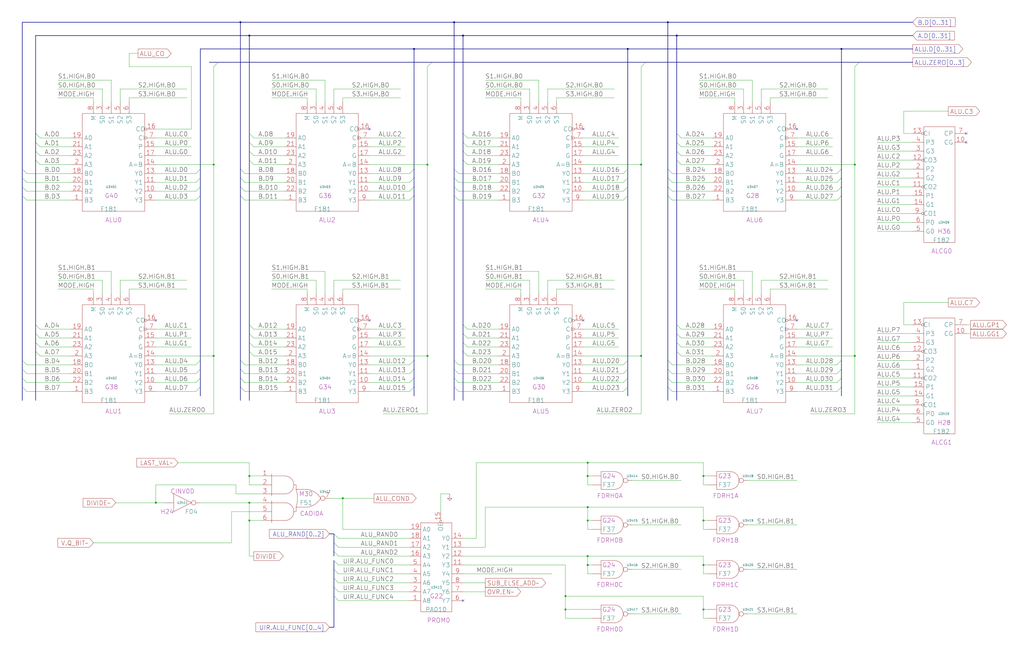
<source format=kicad_sch>
(kicad_sch (version 20250114) (generator "eeschema") (generator_version "9.0")
  (paper "User" 584.2 378.46)
  (title_block (title "ALU ARRAY\\nMOST SIGNIFICANT BITS") (date "22-MAR-90") (rev "1.0") (comment 1 "VALUE") (comment 2 "232-003063") (comment 3 "S400") (comment 4 "RELEASED"))
  (junction (at 358.14 27.94))
  (junction (at 386.08 20.32))
  (junction (at 335.28 264.16))
  (junction (at 322.58 347.98))
  (junction (at 243.84 203.2))
  (junction (at 142.24 287.02))
  (junction (at 365.76 203.2))
  (junction (at 335.28 297.18))
  (junction (at 88.9 287.02))
  (junction (at 381 12.7))
  (junction (at 480.06 27.94))
  (junction (at 335.28 271.78))
  (junction (at 137.16 12.7))
  (junction (at 487.68 93.98))
  (junction (at 322.58 340.36))
  (junction (at 335.28 317.5))
  (junction (at 142.24 271.78))
  (junction (at 243.84 93.98))
  (junction (at 142.24 20.32))
  (junction (at 195.58 284.48))
  (junction (at 264.16 20.32))
  (junction (at 401.32 271.78))
  (junction (at 142.24 297.18))
  (junction (at 401.32 322.58))
  (junction (at 401.32 347.98))
  (junction (at 365.76 93.98))
  (junction (at 121.92 93.98))
  (junction (at 487.68 203.2))
  (junction (at 121.92 203.2))
  (junction (at 259.08 12.7))
  (junction (at 335.28 322.58))
  (junction (at 236.22 27.94))
  (junction (at 401.32 297.18))
  (junction (at 335.28 289.56))
  (no_connect (at 332.74 182.88))
  (no_connect (at 332.74 73.66))
  (no_connect (at 210.82 73.66))
  (no_connect (at 210.82 182.88))
  (no_connect (at 454.66 73.66))
  (no_connect (at 551.18 76.2))
  (no_connect (at 88.9 182.88))
  (no_connect (at 551.18 81.28))
  (no_connect (at 454.66 182.88))
  (no_connect (at 264.16 342.9))
  (bus_entry (at 236.22 96.52) (size -2.54 2.54))
  (bus_entry (at 264.16 195.58) (size 2.54 2.54))
  (bus_entry (at 20.32 86.36) (size 2.54 2.54))
  (bus_entry (at 114.3 101.6) (size -2.54 2.54))
  (bus_entry (at 142.24 200.66) (size 2.54 2.54))
  (bus_entry (at 381 106.68) (size 2.54 2.54))
  (bus_entry (at 480.06 101.6) (size -2.54 2.54))
  (bus_entry (at 142.24 91.44) (size 2.54 2.54))
  (bus_entry (at 190.5 330.2) (size 2.54 2.54))
  (bus_entry (at 12.7 210.82) (size 2.54 2.54))
  (bus_entry (at 137.16 111.76) (size 2.54 2.54))
  (bus_entry (at 259.08 205.74) (size 2.54 2.54))
  (bus_entry (at 386.08 76.2) (size 2.54 2.54))
  (bus_entry (at 381 210.82) (size 2.54 2.54))
  (bus_entry (at 259.08 111.76) (size 2.54 2.54))
  (bus_entry (at 114.3 220.98) (size -2.54 2.54))
  (bus_entry (at 386.08 91.44) (size 2.54 2.54))
  (bus_entry (at 259.08 210.82) (size 2.54 2.54))
  (bus_entry (at 490.22 35.56) (size -2.54 2.54))
  (bus_entry (at 259.08 101.6) (size 2.54 2.54))
  (bus_entry (at 137.16 220.98) (size 2.54 2.54))
  (bus_entry (at 137.16 215.9) (size 2.54 2.54))
  (bus_entry (at 381 96.52) (size 2.54 2.54))
  (bus_entry (at 386.08 195.58) (size 2.54 2.54))
  (bus_entry (at 259.08 96.52) (size 2.54 2.54))
  (bus_entry (at 358.14 215.9) (size -2.54 2.54))
  (bus_entry (at 190.5 335.28) (size 2.54 2.54))
  (bus_entry (at 12.7 205.74) (size 2.54 2.54))
  (bus_entry (at 137.16 106.68) (size 2.54 2.54))
  (bus_entry (at 137.16 96.52) (size 2.54 2.54))
  (bus_entry (at 142.24 81.28) (size 2.54 2.54))
  (bus_entry (at 246.38 35.56) (size -2.54 2.54))
  (bus_entry (at 137.16 210.82) (size 2.54 2.54))
  (bus_entry (at 190.5 309.88) (size 2.54 2.54))
  (bus_entry (at 142.24 195.58) (size 2.54 2.54))
  (bus_entry (at 20.32 76.2) (size 2.54 2.54))
  (bus_entry (at 236.22 106.68) (size -2.54 2.54))
  (bus_entry (at 114.3 205.74) (size -2.54 2.54))
  (bus_entry (at 264.16 81.28) (size 2.54 2.54))
  (bus_entry (at 386.08 81.28) (size 2.54 2.54))
  (bus_entry (at 20.32 81.28) (size 2.54 2.54))
  (bus_entry (at 236.22 215.9) (size -2.54 2.54))
  (bus_entry (at 358.14 111.76) (size -2.54 2.54))
  (bus_entry (at 20.32 200.66) (size 2.54 2.54))
  (bus_entry (at 12.7 96.52) (size 2.54 2.54))
  (bus_entry (at 114.3 111.76) (size -2.54 2.54))
  (bus_entry (at 386.08 185.42) (size 2.54 2.54))
  (bus_entry (at 358.14 101.6) (size -2.54 2.54))
  (bus_entry (at 142.24 76.2) (size 2.54 2.54))
  (bus_entry (at 381 220.98) (size 2.54 2.54))
  (bus_entry (at 236.22 210.82) (size -2.54 2.54))
  (bus_entry (at 480.06 111.76) (size -2.54 2.54))
  (bus_entry (at 259.08 220.98) (size 2.54 2.54))
  (bus_entry (at 480.06 210.82) (size -2.54 2.54))
  (bus_entry (at 358.14 106.68) (size -2.54 2.54))
  (bus_entry (at 236.22 220.98) (size -2.54 2.54))
  (bus_entry (at 190.5 340.36) (size 2.54 2.54))
  (bus_entry (at 358.14 96.52) (size -2.54 2.54))
  (bus_entry (at 114.3 210.82) (size -2.54 2.54))
  (bus_entry (at 20.32 190.5) (size 2.54 2.54))
  (bus_entry (at 381 215.9) (size 2.54 2.54))
  (bus_entry (at 20.32 91.44) (size 2.54 2.54))
  (bus_entry (at 12.7 111.76) (size 2.54 2.54))
  (bus_entry (at 480.06 96.52) (size -2.54 2.54))
  (bus_entry (at 358.14 205.74) (size -2.54 2.54))
  (bus_entry (at 236.22 205.74) (size -2.54 2.54))
  (bus_entry (at 368.3 35.56) (size -2.54 2.54))
  (bus_entry (at 114.3 96.52) (size -2.54 2.54))
  (bus_entry (at 358.14 210.82) (size -2.54 2.54))
  (bus_entry (at 480.06 205.74) (size -2.54 2.54))
  (bus_entry (at 190.5 314.96) (size 2.54 2.54))
  (bus_entry (at 190.5 304.8) (size 2.54 2.54))
  (bus_entry (at 137.16 101.6) (size 2.54 2.54))
  (bus_entry (at 190.5 325.12) (size 2.54 2.54))
  (bus_entry (at 12.7 220.98) (size 2.54 2.54))
  (bus_entry (at 264.16 86.36) (size 2.54 2.54))
  (bus_entry (at 137.16 205.74) (size 2.54 2.54))
  (bus_entry (at 114.3 106.68) (size -2.54 2.54))
  (bus_entry (at 381 101.6) (size 2.54 2.54))
  (bus_entry (at 20.32 185.42) (size 2.54 2.54))
  (bus_entry (at 259.08 215.9) (size 2.54 2.54))
  (bus_entry (at 20.32 195.58) (size 2.54 2.54))
  (bus_entry (at 12.7 215.9) (size 2.54 2.54))
  (bus_entry (at 264.16 91.44) (size 2.54 2.54))
  (bus_entry (at 114.3 215.9) (size -2.54 2.54))
  (bus_entry (at 12.7 101.6) (size 2.54 2.54))
  (bus_entry (at 264.16 200.66) (size 2.54 2.54))
  (bus_entry (at 480.06 215.9) (size -2.54 2.54))
  (bus_entry (at 12.7 106.68) (size 2.54 2.54))
  (bus_entry (at 142.24 190.5) (size 2.54 2.54))
  (bus_entry (at 381 205.74) (size 2.54 2.54))
  (bus_entry (at 386.08 200.66) (size 2.54 2.54))
  (bus_entry (at 259.08 106.68) (size 2.54 2.54))
  (bus_entry (at 480.06 106.68) (size -2.54 2.54))
  (bus_entry (at 264.16 190.5) (size 2.54 2.54))
  (bus_entry (at 236.22 111.76) (size -2.54 2.54))
  (bus_entry (at 386.08 86.36) (size 2.54 2.54))
  (bus_entry (at 264.16 76.2) (size 2.54 2.54))
  (bus_entry (at 142.24 86.36) (size 2.54 2.54))
  (bus_entry (at 358.14 220.98) (size -2.54 2.54))
  (bus_entry (at 381 111.76) (size 2.54 2.54))
  (bus_entry (at 124.46 35.56) (size -2.54 2.54))
  (bus_entry (at 236.22 101.6) (size -2.54 2.54))
  (bus_entry (at 264.16 185.42) (size 2.54 2.54))
  (bus_entry (at 480.06 220.98) (size -2.54 2.54))
  (bus_entry (at 142.24 185.42) (size 2.54 2.54))
  (bus_entry (at 386.08 190.5) (size 2.54 2.54))
  (bus_entry (at 190.5 320.04) (size 2.54 2.54))
  (wire (pts (xy 15.24 213.36) (xy 40.64 213.36)))
  (wire (pts (xy 88.9 109.22) (xy 111.76 109.22)))
  (bus (pts (xy 264.16 91.44) (xy 264.16 185.42)))
  (bus (pts (xy 358.14 215.9) (xy 358.14 220.98)))
  (wire (pts (xy 243.84 38.1) (xy 243.84 93.98)))
  (bus (pts (xy 259.08 12.7) (xy 259.08 96.52)))
  (wire (pts (xy 251.46 281.94) (xy 251.46 292.1)))
  (bus (pts (xy 381 220.98) (xy 381 228.6)))
  (bus (pts (xy 386.08 91.44) (xy 386.08 185.42)))
  (wire (pts (xy 210.82 223.52) (xy 233.68 223.52)))
  (wire (pts (xy 264.16 312.42) (xy 276.86 312.42)))
  (bus (pts (xy 119.38 35.56) (xy 124.46 35.56)))
  (bus (pts (xy 236.22 96.52) (xy 236.22 101.6)))
  (bus (pts (xy 114.3 27.94) (xy 114.3 96.52)))
  (bus (pts (xy 246.38 35.56) (xy 368.3 35.56)))
  (bus (pts (xy 480.06 205.74) (xy 480.06 210.82)))
  (wire (pts (xy 429.26 58.42) (xy 429.26 45.72)))
  (wire (pts (xy 190.5 167.64) (xy 190.5 160.02)))
  (wire (pts (xy 154.94 45.72) (xy 185.42 45.72)))
  (wire (pts (xy 142.24 264.16) (xy 142.24 271.78)))
  (wire (pts (xy 22.86 78.74) (xy 40.64 78.74)))
  (wire (pts (xy 88.9 213.36) (xy 111.76 213.36)))
  (wire (pts (xy 388.62 198.12) (xy 406.4 198.12)))
  (bus (pts (xy 142.24 91.44) (xy 142.24 185.42)))
  (wire (pts (xy 22.86 203.2) (xy 40.64 203.2)))
  (wire (pts (xy 383.54 208.28) (xy 406.4 208.28)))
  (wire (pts (xy 193.04 317.5) (xy 233.68 317.5)))
  (bus (pts (xy 386.08 185.42) (xy 386.08 190.5)))
  (bus (pts (xy 114.3 106.68) (xy 114.3 111.76)))
  (wire (pts (xy 322.58 353.06) (xy 337.82 353.06)))
  (wire (pts (xy 500.38 81.28) (xy 520.7 81.28)))
  (bus (pts (xy 236.22 106.68) (xy 236.22 111.76)))
  (wire (pts (xy 500.38 111.76) (xy 520.7 111.76)))
  (wire (pts (xy 322.58 322.58) (xy 322.58 340.36)))
  (wire (pts (xy 210.82 193.04) (xy 231.14 193.04)))
  (wire (pts (xy 243.84 203.2) (xy 243.84 236.22)))
  (wire (pts (xy 142.24 271.78) (xy 142.24 276.86)))
  (bus (pts (xy 12.7 106.68) (xy 12.7 111.76)))
  (wire (pts (xy 434.34 160.02) (xy 472.44 160.02)))
  (wire (pts (xy 88.9 93.98) (xy 121.92 93.98)))
  (wire (pts (xy 439.42 55.88) (xy 472.44 55.88)))
  (wire (pts (xy 322.58 340.36) (xy 401.32 340.36)))
  (wire (pts (xy 88.9 104.14) (xy 111.76 104.14)))
  (wire (pts (xy 266.7 187.96) (xy 284.48 187.96)))
  (wire (pts (xy 439.42 167.64) (xy 439.42 165.1)))
  (bus (pts (xy 114.3 220.98) (xy 114.3 226.06)))
  (bus (pts (xy 20.32 195.58) (xy 20.32 200.66)))
  (wire (pts (xy 210.82 83.82) (xy 231.14 83.82)))
  (wire (pts (xy 261.62 114.3) (xy 284.48 114.3)))
  (wire (pts (xy 68.58 167.64) (xy 68.58 160.02)))
  (bus (pts (xy 137.16 12.7) (xy 259.08 12.7)))
  (wire (pts (xy 66.04 287.02) (xy 88.9 287.02)))
  (wire (pts (xy 15.24 114.3) (xy 40.64 114.3)))
  (bus (pts (xy 259.08 111.76) (xy 259.08 205.74)))
  (wire (pts (xy 454.66 99.06) (xy 477.52 99.06)))
  (bus (pts (xy 259.08 96.52) (xy 259.08 101.6)))
  (bus (pts (xy 381 12.7) (xy 520.7 12.7)))
  (wire (pts (xy 500.38 215.9) (xy 520.7 215.9)))
  (wire (pts (xy 307.34 167.64) (xy 307.34 154.94)))
  (wire (pts (xy 210.82 104.14) (xy 233.68 104.14)))
  (wire (pts (xy 261.62 99.06) (xy 284.48 99.06)))
  (wire (pts (xy 335.28 271.78) (xy 335.28 264.16)))
  (wire (pts (xy 500.38 106.68) (xy 520.7 106.68)))
  (bus (pts (xy 190.5 330.2) (xy 190.5 335.28)))
  (wire (pts (xy 210.82 109.22) (xy 233.68 109.22)))
  (wire (pts (xy 142.24 297.18) (xy 142.24 287.02)))
  (bus (pts (xy 20.32 81.28) (xy 20.32 86.36)))
  (wire (pts (xy 365.76 236.22) (xy 340.36 236.22)))
  (wire (pts (xy 88.9 287.02) (xy 93.98 287.02)))
  (wire (pts (xy 210.82 213.36) (xy 233.68 213.36)))
  (wire (pts (xy 297.18 58.42) (xy 297.18 55.88)))
  (wire (pts (xy 144.78 198.12) (xy 162.56 198.12)))
  (wire (pts (xy 332.74 218.44) (xy 355.6 218.44)))
  (bus (pts (xy 264.16 81.28) (xy 264.16 86.36)))
  (wire (pts (xy 419.1 58.42) (xy 419.1 55.88)))
  (bus (pts (xy 114.3 96.52) (xy 114.3 101.6)))
  (bus (pts (xy 259.08 12.7) (xy 381 12.7)))
  (wire (pts (xy 193.04 307.34) (xy 233.68 307.34)))
  (bus (pts (xy 137.16 12.7) (xy 137.16 96.52)))
  (wire (pts (xy 365.76 93.98) (xy 365.76 203.2)))
  (bus (pts (xy 259.08 220.98) (xy 259.08 228.6)))
  (wire (pts (xy 195.58 284.48) (xy 195.58 302.26)))
  (wire (pts (xy 383.54 109.22) (xy 406.4 109.22)))
  (wire (pts (xy 210.82 114.3) (xy 233.68 114.3)))
  (wire (pts (xy 360.68 325.12) (xy 388.62 325.12)))
  (bus (pts (xy 264.16 185.42) (xy 264.16 190.5)))
  (bus (pts (xy 381 205.74) (xy 381 210.82)))
  (wire (pts (xy 33.02 154.94) (xy 63.5 154.94)))
  (wire (pts (xy 22.86 187.96) (xy 40.64 187.96)))
  (bus (pts (xy 386.08 200.66) (xy 386.08 228.6)))
  (wire (pts (xy 142.24 317.5) (xy 142.24 297.18)))
  (wire (pts (xy 454.66 93.98) (xy 487.68 93.98)))
  (wire (pts (xy 332.74 99.06) (xy 355.6 99.06)))
  (wire (pts (xy 210.82 88.9) (xy 231.14 88.9)))
  (wire (pts (xy 322.58 340.36) (xy 322.58 347.98)))
  (bus (pts (xy 20.32 86.36) (xy 20.32 91.44)))
  (bus (pts (xy 358.14 27.94) (xy 480.06 27.94)))
  (wire (pts (xy 88.9 276.86) (xy 88.9 287.02)))
  (wire (pts (xy 88.9 187.96) (xy 109.22 187.96)))
  (wire (pts (xy 337.82 302.26) (xy 335.28 302.26)))
  (bus (pts (xy 124.46 35.56) (xy 246.38 35.56)))
  (wire (pts (xy 63.5 58.42) (xy 63.5 45.72)))
  (wire (pts (xy 261.62 208.28) (xy 284.48 208.28)))
  (bus (pts (xy 381 101.6) (xy 381 106.68)))
  (bus (pts (xy 358.14 96.52) (xy 358.14 101.6)))
  (wire (pts (xy 515.62 185.42) (xy 515.62 172.72)))
  (wire (pts (xy 335.28 289.56) (xy 401.32 289.56)))
  (wire (pts (xy 487.68 38.1) (xy 487.68 93.98)))
  (wire (pts (xy 185.42 167.64) (xy 185.42 154.94)))
  (bus (pts (xy 12.7 12.7) (xy 137.16 12.7)))
  (bus (pts (xy 264.16 190.5) (xy 264.16 195.58)))
  (wire (pts (xy 383.54 223.52) (xy 406.4 223.52)))
  (bus (pts (xy 137.16 220.98) (xy 137.16 228.6)))
  (wire (pts (xy 307.34 58.42) (xy 307.34 45.72)))
  (bus (pts (xy 20.32 20.32) (xy 20.32 76.2)))
  (wire (pts (xy 139.7 104.14) (xy 162.56 104.14)))
  (wire (pts (xy 332.74 203.2) (xy 365.76 203.2)))
  (bus (pts (xy 236.22 210.82) (xy 236.22 215.9)))
  (wire (pts (xy 434.34 167.64) (xy 434.34 160.02)))
  (wire (pts (xy 429.26 167.64) (xy 429.26 154.94)))
  (wire (pts (xy 401.32 289.56) (xy 401.32 297.18)))
  (wire (pts (xy 266.7 203.2) (xy 284.48 203.2)))
  (wire (pts (xy 144.78 317.5) (xy 142.24 317.5)))
  (wire (pts (xy 454.66 203.2) (xy 487.68 203.2)))
  (wire (pts (xy 210.82 187.96) (xy 231.14 187.96)))
  (bus (pts (xy 480.06 106.68) (xy 480.06 111.76)))
  (wire (pts (xy 193.04 327.66) (xy 233.68 327.66)))
  (bus (pts (xy 358.14 106.68) (xy 358.14 111.76)))
  (bus (pts (xy 480.06 210.82) (xy 480.06 215.9)))
  (wire (pts (xy 439.42 58.42) (xy 439.42 55.88)))
  (wire (pts (xy 261.62 223.52) (xy 284.48 223.52)))
  (wire (pts (xy 388.62 83.82) (xy 406.4 83.82)))
  (wire (pts (xy 388.62 193.04) (xy 406.4 193.04)))
  (wire (pts (xy 401.32 340.36) (xy 401.32 347.98)))
  (wire (pts (xy 360.68 274.32) (xy 388.62 274.32)))
  (wire (pts (xy 193.04 337.82) (xy 233.68 337.82)))
  (wire (pts (xy 210.82 93.98) (xy 243.84 93.98)))
  (wire (pts (xy 142.24 287.02) (xy 149.86 287.02)))
  (wire (pts (xy 190.5 58.42) (xy 190.5 50.8)))
  (wire (pts (xy 276.86 165.1) (xy 297.18 165.1)))
  (bus (pts (xy 12.7 96.52) (xy 12.7 101.6)))
  (wire (pts (xy 454.66 187.96) (xy 474.98 187.96)))
  (wire (pts (xy 335.28 327.66) (xy 335.28 322.58)))
  (wire (pts (xy 88.9 99.06) (xy 111.76 99.06)))
  (bus (pts (xy 142.24 200.66) (xy 142.24 228.6)))
  (wire (pts (xy 317.5 58.42) (xy 317.5 55.88)))
  (wire (pts (xy 401.32 322.58) (xy 403.86 322.58)))
  (bus (pts (xy 264.16 200.66) (xy 264.16 228.6)))
  (wire (pts (xy 15.24 109.22) (xy 40.64 109.22)))
  (wire (pts (xy 426.72 350.52) (xy 454.66 350.52)))
  (bus (pts (xy 381 210.82) (xy 381 215.9)))
  (wire (pts (xy 312.42 167.64) (xy 312.42 160.02)))
  (wire (pts (xy 134.62 276.86) (xy 88.9 276.86)))
  (bus (pts (xy 264.16 20.32) (xy 386.08 20.32)))
  (wire (pts (xy 454.66 114.3) (xy 477.52 114.3)))
  (wire (pts (xy 193.04 332.74) (xy 233.68 332.74)))
  (bus (pts (xy 236.22 27.94) (xy 236.22 96.52)))
  (wire (pts (xy 500.38 116.84) (xy 520.7 116.84)))
  (wire (pts (xy 15.24 208.28) (xy 40.64 208.28)))
  (bus (pts (xy 480.06 215.9) (xy 480.06 220.98)))
  (wire (pts (xy 256.54 281.94) (xy 251.46 281.94)))
  (wire (pts (xy 264.16 317.5) (xy 335.28 317.5)))
  (wire (pts (xy 88.9 73.66) (xy 109.22 73.66)))
  (bus (pts (xy 142.24 195.58) (xy 142.24 200.66)))
  (wire (pts (xy 22.86 83.82) (xy 40.64 83.82)))
  (wire (pts (xy 190.5 160.02) (xy 228.6 160.02)))
  (wire (pts (xy 175.26 167.64) (xy 175.26 165.1)))
  (wire (pts (xy 53.34 309.88) (xy 132.08 309.88)))
  (wire (pts (xy 261.62 218.44) (xy 284.48 218.44)))
  (wire (pts (xy 88.9 218.44) (xy 111.76 218.44)))
  (wire (pts (xy 401.32 297.18) (xy 403.86 297.18)))
  (bus (pts (xy 190.5 340.36) (xy 190.5 358.14)))
  (bus (pts (xy 142.24 190.5) (xy 142.24 195.58)))
  (wire (pts (xy 53.34 58.42) (xy 53.34 55.88)))
  (bus (pts (xy 358.14 27.94) (xy 358.14 96.52)))
  (wire (pts (xy 121.92 93.98) (xy 121.92 203.2)))
  (wire (pts (xy 426.72 325.12) (xy 454.66 325.12)))
  (wire (pts (xy 398.78 50.8) (xy 424.18 50.8)))
  (bus (pts (xy 137.16 111.76) (xy 137.16 205.74)))
  (wire (pts (xy 264.16 307.34) (xy 271.78 307.34)))
  (wire (pts (xy 266.7 193.04) (xy 284.48 193.04)))
  (wire (pts (xy 114.3 287.02) (xy 142.24 287.02)))
  (wire (pts (xy 335.28 322.58) (xy 335.28 317.5)))
  (wire (pts (xy 337.82 276.86) (xy 335.28 276.86)))
  (wire (pts (xy 261.62 213.36) (xy 284.48 213.36)))
  (bus (pts (xy 381 12.7) (xy 381 96.52)))
  (wire (pts (xy 487.68 203.2) (xy 487.68 236.22)))
  (wire (pts (xy 454.66 223.52) (xy 477.52 223.52)))
  (wire (pts (xy 335.28 322.58) (xy 337.82 322.58)))
  (wire (pts (xy 33.02 45.72) (xy 63.5 45.72)))
  (wire (pts (xy 276.86 312.42) (xy 276.86 289.56)))
  (wire (pts (xy 487.68 236.22) (xy 462.28 236.22)))
  (bus (pts (xy 190.5 325.12) (xy 190.5 330.2)))
  (wire (pts (xy 551.18 185.42) (xy 553.72 185.42)))
  (bus (pts (xy 137.16 106.68) (xy 137.16 111.76)))
  (bus (pts (xy 236.22 27.94) (xy 358.14 27.94)))
  (wire (pts (xy 149.86 281.94) (xy 134.62 281.94)))
  (wire (pts (xy 264.16 327.66) (xy 314.96 327.66)))
  (wire (pts (xy 144.78 187.96) (xy 162.56 187.96)))
  (wire (pts (xy 520.7 76.2) (xy 515.62 76.2)))
  (bus (pts (xy 264.16 76.2) (xy 264.16 81.28)))
  (wire (pts (xy 139.7 114.3) (xy 162.56 114.3)))
  (wire (pts (xy 210.82 99.06) (xy 233.68 99.06)))
  (wire (pts (xy 121.92 236.22) (xy 96.52 236.22)))
  (wire (pts (xy 332.74 213.36) (xy 355.6 213.36)))
  (wire (pts (xy 383.54 104.14) (xy 406.4 104.14)))
  (wire (pts (xy 139.7 208.28) (xy 162.56 208.28)))
  (wire (pts (xy 500.38 121.92) (xy 520.7 121.92)))
  (wire (pts (xy 500.38 86.36) (xy 520.7 86.36)))
  (bus (pts (xy 20.32 91.44) (xy 20.32 185.42)))
  (wire (pts (xy 383.54 218.44) (xy 406.4 218.44)))
  (bus (pts (xy 259.08 101.6) (xy 259.08 106.68)))
  (wire (pts (xy 276.86 154.94) (xy 307.34 154.94)))
  (bus (pts (xy 386.08 86.36) (xy 386.08 91.44)))
  (wire (pts (xy 142.24 276.86) (xy 149.86 276.86)))
  (wire (pts (xy 266.7 83.82) (xy 284.48 83.82)))
  (bus (pts (xy 381 106.68) (xy 381 111.76)))
  (wire (pts (xy 383.54 213.36) (xy 406.4 213.36)))
  (wire (pts (xy 317.5 55.88) (xy 350.52 55.88)))
  (wire (pts (xy 500.38 231.14) (xy 520.7 231.14)))
  (wire (pts (xy 22.86 193.04) (xy 40.64 193.04)))
  (bus (pts (xy 142.24 20.32) (xy 264.16 20.32)))
  (wire (pts (xy 88.9 193.04) (xy 109.22 193.04)))
  (bus (pts (xy 142.24 81.28) (xy 142.24 86.36)))
  (wire (pts (xy 401.32 327.66) (xy 403.86 327.66)))
  (wire (pts (xy 332.74 223.52) (xy 355.6 223.52)))
  (wire (pts (xy 144.78 88.9) (xy 162.56 88.9)))
  (bus (pts (xy 114.3 111.76) (xy 114.3 205.74)))
  (wire (pts (xy 109.22 38.1) (xy 73.66 38.1)))
  (bus (pts (xy 142.24 20.32) (xy 142.24 76.2)))
  (bus (pts (xy 12.7 111.76) (xy 12.7 205.74)))
  (bus (pts (xy 137.16 205.74) (xy 137.16 210.82)))
  (wire (pts (xy 332.74 104.14) (xy 355.6 104.14)))
  (wire (pts (xy 58.42 58.42) (xy 58.42 50.8)))
  (wire (pts (xy 154.94 165.1) (xy 175.26 165.1)))
  (wire (pts (xy 195.58 58.42) (xy 195.58 55.88)))
  (bus (pts (xy 386.08 81.28) (xy 386.08 86.36)))
  (wire (pts (xy 515.62 63.5) (xy 541.02 63.5)))
  (wire (pts (xy 175.26 58.42) (xy 175.26 55.88)))
  (wire (pts (xy 88.9 88.9) (xy 109.22 88.9)))
  (wire (pts (xy 187.96 284.48) (xy 195.58 284.48)))
  (bus (pts (xy 137.16 210.82) (xy 137.16 215.9)))
  (bus (pts (xy 236.22 101.6) (xy 236.22 106.68)))
  (wire (pts (xy 383.54 114.3) (xy 406.4 114.3)))
  (wire (pts (xy 337.82 327.66) (xy 335.28 327.66)))
  (wire (pts (xy 88.9 78.74) (xy 109.22 78.74)))
  (bus (pts (xy 381 96.52) (xy 381 101.6)))
  (wire (pts (xy 144.78 203.2) (xy 162.56 203.2)))
  (wire (pts (xy 266.7 93.98) (xy 284.48 93.98)))
  (wire (pts (xy 276.86 45.72) (xy 307.34 45.72)))
  (bus (pts (xy 259.08 210.82) (xy 259.08 215.9)))
  (wire (pts (xy 15.24 223.52) (xy 40.64 223.52)))
  (wire (pts (xy 132.08 309.88) (xy 132.08 292.1)))
  (bus (pts (xy 190.5 320.04) (xy 190.5 325.12)))
  (wire (pts (xy 63.5 167.64) (xy 63.5 154.94)))
  (wire (pts (xy 365.76 203.2) (xy 365.76 236.22)))
  (wire (pts (xy 73.66 55.88) (xy 106.68 55.88)))
  (wire (pts (xy 154.94 50.8) (xy 180.34 50.8)))
  (wire (pts (xy 276.86 289.56) (xy 335.28 289.56)))
  (bus (pts (xy 142.24 185.42) (xy 142.24 190.5)))
  (wire (pts (xy 332.74 109.22) (xy 355.6 109.22)))
  (wire (pts (xy 398.78 160.02) (xy 424.18 160.02)))
  (bus (pts (xy 142.24 76.2) (xy 142.24 81.28)))
  (bus (pts (xy 137.16 215.9) (xy 137.16 220.98)))
  (bus (pts (xy 480.06 220.98) (xy 480.06 226.06)))
  (wire (pts (xy 33.02 55.88) (xy 53.34 55.88)))
  (wire (pts (xy 15.24 104.14) (xy 40.64 104.14)))
  (wire (pts (xy 500.38 241.3) (xy 520.7 241.3)))
  (wire (pts (xy 383.54 99.06) (xy 406.4 99.06)))
  (wire (pts (xy 434.34 50.8) (xy 472.44 50.8)))
  (bus (pts (xy 368.3 35.56) (xy 490.22 35.56)))
  (wire (pts (xy 195.58 55.88) (xy 228.6 55.88)))
  (bus (pts (xy 480.06 96.52) (xy 480.06 101.6)))
  (bus (pts (xy 12.7 101.6) (xy 12.7 106.68)))
  (bus (pts (xy 386.08 20.32) (xy 520.7 20.32)))
  (wire (pts (xy 332.74 208.28) (xy 355.6 208.28)))
  (wire (pts (xy 454.66 218.44) (xy 477.52 218.44)))
  (wire (pts (xy 317.5 165.1) (xy 350.52 165.1)))
  (wire (pts (xy 500.38 195.58) (xy 520.7 195.58)))
  (bus (pts (xy 386.08 190.5) (xy 386.08 195.58)))
  (wire (pts (xy 401.32 347.98) (xy 403.86 347.98)))
  (wire (pts (xy 195.58 165.1) (xy 228.6 165.1)))
  (bus (pts (xy 490.22 35.56) (xy 520.7 35.56)))
  (wire (pts (xy 73.66 167.64) (xy 73.66 165.1)))
  (wire (pts (xy 121.92 203.2) (xy 121.92 236.22)))
  (wire (pts (xy 68.58 58.42) (xy 68.58 50.8)))
  (wire (pts (xy 322.58 347.98) (xy 337.82 347.98)))
  (wire (pts (xy 139.7 213.36) (xy 162.56 213.36)))
  (wire (pts (xy 500.38 96.52) (xy 520.7 96.52)))
  (wire (pts (xy 332.74 198.12) (xy 353.06 198.12)))
  (bus (pts (xy 20.32 200.66) (xy 20.32 228.6)))
  (bus (pts (xy 358.14 111.76) (xy 358.14 205.74)))
  (bus (pts (xy 358.14 220.98) (xy 358.14 226.06)))
  (wire (pts (xy 154.94 160.02) (xy 180.34 160.02)))
  (wire (pts (xy 243.84 93.98) (xy 243.84 203.2)))
  (wire (pts (xy 302.26 58.42) (xy 302.26 50.8)))
  (bus (pts (xy 20.32 20.32) (xy 142.24 20.32)))
  (wire (pts (xy 419.1 167.64) (xy 419.1 165.1)))
  (wire (pts (xy 180.34 58.42) (xy 180.34 50.8)))
  (wire (pts (xy 149.86 297.18) (xy 142.24 297.18)))
  (wire (pts (xy 434.34 58.42) (xy 434.34 50.8)))
  (wire (pts (xy 424.18 167.64) (xy 424.18 160.02)))
  (wire (pts (xy 180.34 167.64) (xy 180.34 160.02)))
  (wire (pts (xy 193.04 322.58) (xy 233.68 322.58)))
  (wire (pts (xy 332.74 187.96) (xy 353.06 187.96)))
  (wire (pts (xy 388.62 203.2) (xy 406.4 203.2)))
  (bus (pts (xy 190.5 304.8) (xy 190.5 309.88)))
  (wire (pts (xy 398.78 154.94) (xy 429.26 154.94)))
  (wire (pts (xy 195.58 302.26) (xy 233.68 302.26)))
  (wire (pts (xy 193.04 312.42) (xy 233.68 312.42)))
  (bus (pts (xy 137.16 96.52) (xy 137.16 101.6)))
  (wire (pts (xy 210.82 203.2) (xy 243.84 203.2)))
  (wire (pts (xy 424.18 58.42) (xy 424.18 50.8)))
  (wire (pts (xy 33.02 160.02) (xy 58.42 160.02)))
  (wire (pts (xy 312.42 58.42) (xy 312.42 50.8)))
  (wire (pts (xy 210.82 218.44) (xy 233.68 218.44)))
  (bus (pts (xy 114.3 210.82) (xy 114.3 215.9)))
  (bus (pts (xy 386.08 20.32) (xy 386.08 76.2)))
  (wire (pts (xy 276.86 160.02) (xy 302.26 160.02)))
  (bus (pts (xy 114.3 101.6) (xy 114.3 106.68)))
  (bus (pts (xy 142.24 86.36) (xy 142.24 91.44)))
  (wire (pts (xy 271.78 264.16) (xy 335.28 264.16)))
  (wire (pts (xy 454.66 78.74) (xy 474.98 78.74)))
  (wire (pts (xy 454.66 88.9) (xy 474.98 88.9)))
  (wire (pts (xy 190.5 50.8) (xy 228.6 50.8)))
  (wire (pts (xy 398.78 165.1) (xy 419.1 165.1)))
  (wire (pts (xy 426.72 299.72) (xy 454.66 299.72)))
  (wire (pts (xy 401.32 353.06) (xy 403.86 353.06)))
  (wire (pts (xy 266.7 88.9) (xy 284.48 88.9)))
  (wire (pts (xy 276.86 55.88) (xy 297.18 55.88)))
  (wire (pts (xy 101.6 264.16) (xy 142.24 264.16)))
  (wire (pts (xy 195.58 284.48) (xy 213.36 284.48)))
  (bus (pts (xy 12.7 205.74) (xy 12.7 210.82)))
  (wire (pts (xy 210.82 78.74) (xy 231.14 78.74)))
  (wire (pts (xy 401.32 271.78) (xy 401.32 276.86)))
  (bus (pts (xy 259.08 215.9) (xy 259.08 220.98)))
  (wire (pts (xy 15.24 99.06) (xy 40.64 99.06)))
  (wire (pts (xy 551.18 190.5) (xy 553.72 190.5)))
  (wire (pts (xy 335.28 297.18) (xy 335.28 289.56)))
  (bus (pts (xy 190.5 309.88) (xy 190.5 314.96)))
  (bus (pts (xy 12.7 210.82) (xy 12.7 215.9)))
  (wire (pts (xy 500.38 220.98) (xy 520.7 220.98)))
  (wire (pts (xy 515.62 76.2) (xy 515.62 63.5)))
  (wire (pts (xy 401.32 276.86) (xy 403.86 276.86)))
  (wire (pts (xy 33.02 165.1) (xy 53.34 165.1)))
  (wire (pts (xy 398.78 45.72) (xy 429.26 45.72)))
  (wire (pts (xy 88.9 208.28) (xy 111.76 208.28)))
  (bus (pts (xy 480.06 101.6) (xy 480.06 106.68)))
  (wire (pts (xy 500.38 101.6) (xy 520.7 101.6)))
  (wire (pts (xy 68.58 50.8) (xy 106.68 50.8)))
  (bus (pts (xy 236.22 111.76) (xy 236.22 205.74)))
  (wire (pts (xy 520.7 185.42) (xy 515.62 185.42)))
  (wire (pts (xy 515.62 172.72) (xy 541.02 172.72)))
  (wire (pts (xy 22.86 93.98) (xy 40.64 93.98)))
  (bus (pts (xy 381 215.9) (xy 381 220.98)))
  (wire (pts (xy 401.32 317.5) (xy 401.32 322.58)))
  (wire (pts (xy 454.66 83.82) (xy 474.98 83.82)))
  (wire (pts (xy 139.7 109.22) (xy 162.56 109.22)))
  (bus (pts (xy 187.96 358.14) (xy 190.5 358.14)))
  (wire (pts (xy 134.62 281.94) (xy 134.62 276.86)))
  (wire (pts (xy 139.7 99.06) (xy 162.56 99.06)))
  (wire (pts (xy 139.7 218.44) (xy 162.56 218.44)))
  (wire (pts (xy 401.32 322.58) (xy 401.32 327.66)))
  (wire (pts (xy 360.68 350.52) (xy 388.62 350.52)))
  (wire (pts (xy 365.76 38.1) (xy 365.76 93.98)))
  (bus (pts (xy 264.16 20.32) (xy 264.16 76.2)))
  (wire (pts (xy 388.62 187.96) (xy 406.4 187.96)))
  (wire (pts (xy 302.26 167.64) (xy 302.26 160.02)))
  (wire (pts (xy 73.66 165.1) (xy 106.68 165.1)))
  (wire (pts (xy 58.42 167.64) (xy 58.42 160.02)))
  (wire (pts (xy 121.92 38.1) (xy 121.92 93.98)))
  (wire (pts (xy 144.78 83.82) (xy 162.56 83.82)))
  (wire (pts (xy 195.58 167.64) (xy 195.58 165.1)))
  (wire (pts (xy 500.38 91.44) (xy 520.7 91.44)))
  (bus (pts (xy 480.06 27.94) (xy 520.7 27.94)))
  (wire (pts (xy 322.58 347.98) (xy 322.58 353.06)))
  (bus (pts (xy 480.06 27.94) (xy 480.06 96.52)))
  (wire (pts (xy 261.62 104.14) (xy 284.48 104.14)))
  (bus (pts (xy 358.14 205.74) (xy 358.14 210.82)))
  (wire (pts (xy 33.02 50.8) (xy 58.42 50.8)))
  (wire (pts (xy 500.38 132.08) (xy 520.7 132.08)))
  (bus (pts (xy 236.22 215.9) (xy 236.22 220.98)))
  (wire (pts (xy 500.38 200.66) (xy 520.7 200.66)))
  (wire (pts (xy 154.94 55.88) (xy 175.26 55.88)))
  (wire (pts (xy 264.16 322.58) (xy 322.58 322.58)))
  (wire (pts (xy 335.28 271.78) (xy 337.82 271.78)))
  (wire (pts (xy 297.18 167.64) (xy 297.18 165.1)))
  (wire (pts (xy 88.9 203.2) (xy 121.92 203.2)))
  (wire (pts (xy 264.16 332.74) (xy 276.86 332.74)))
  (bus (pts (xy 114.3 205.74) (xy 114.3 210.82)))
  (wire (pts (xy 88.9 83.82) (xy 109.22 83.82)))
  (wire (pts (xy 68.58 160.02) (xy 106.68 160.02)))
  (bus (pts (xy 187.96 304.8) (xy 190.5 304.8)))
  (bus (pts (xy 480.06 111.76) (xy 480.06 205.74)))
  (bus (pts (xy 20.32 185.42) (xy 20.32 190.5)))
  (wire (pts (xy 243.84 236.22) (xy 218.44 236.22)))
  (wire (pts (xy 139.7 223.52) (xy 162.56 223.52)))
  (wire (pts (xy 88.9 114.3) (xy 111.76 114.3)))
  (wire (pts (xy 335.28 317.5) (xy 401.32 317.5)))
  (wire (pts (xy 454.66 208.28) (xy 477.52 208.28)))
  (wire (pts (xy 22.86 88.9) (xy 40.64 88.9)))
  (wire (pts (xy 454.66 213.36) (xy 477.52 213.36)))
  (bus (pts (xy 114.3 27.94) (xy 236.22 27.94)))
  (wire (pts (xy 335.28 276.86) (xy 335.28 271.78)))
  (wire (pts (xy 335.28 297.18) (xy 337.82 297.18)))
  (wire (pts (xy 73.66 38.1) (xy 73.66 30.48)))
  (wire (pts (xy 332.74 193.04) (xy 353.06 193.04)))
  (wire (pts (xy 73.66 58.42) (xy 73.66 55.88)))
  (wire (pts (xy 73.66 30.48) (xy 78.74 30.48)))
  (bus (pts (xy 190.5 314.96) (xy 190.5 317.5)))
  (wire (pts (xy 500.38 210.82) (xy 520.7 210.82)))
  (bus (pts (xy 358.14 101.6) (xy 358.14 106.68)))
  (bus (pts (xy 386.08 76.2) (xy 386.08 81.28)))
  (wire (pts (xy 332.74 78.74) (xy 353.06 78.74)))
  (bus (pts (xy 12.7 220.98) (xy 12.7 228.6)))
  (wire (pts (xy 360.68 299.72) (xy 388.62 299.72)))
  (wire (pts (xy 53.34 167.64) (xy 53.34 165.1)))
  (wire (pts (xy 193.04 342.9) (xy 233.68 342.9)))
  (bus (pts (xy 236.22 220.98) (xy 236.22 226.06)))
  (wire (pts (xy 109.22 73.66) (xy 109.22 38.1)))
  (bus (pts (xy 358.14 210.82) (xy 358.14 215.9)))
  (wire (pts (xy 487.68 93.98) (xy 487.68 203.2)))
  (bus (pts (xy 20.32 76.2) (xy 20.32 81.28)))
  (bus (pts (xy 190.5 335.28) (xy 190.5 340.36)))
  (wire (pts (xy 500.38 190.5) (xy 520.7 190.5)))
  (wire (pts (xy 332.74 88.9) (xy 353.06 88.9)))
  (wire (pts (xy 500.38 236.22) (xy 520.7 236.22)))
  (wire (pts (xy 454.66 193.04) (xy 474.98 193.04)))
  (wire (pts (xy 454.66 198.12) (xy 474.98 198.12)))
  (wire (pts (xy 439.42 165.1) (xy 472.44 165.1)))
  (wire (pts (xy 271.78 307.34) (xy 271.78 264.16)))
  (bus (pts (xy 137.16 101.6) (xy 137.16 106.68)))
  (bus (pts (xy 381 111.76) (xy 381 205.74)))
  (bus (pts (xy 264.16 195.58) (xy 264.16 200.66)))
  (bus (pts (xy 12.7 12.7) (xy 12.7 96.52)))
  (wire (pts (xy 335.28 264.16) (xy 401.32 264.16)))
  (bus (pts (xy 386.08 195.58) (xy 386.08 200.66)))
  (wire (pts (xy 426.72 274.32) (xy 454.66 274.32)))
  (bus (pts (xy 114.3 215.9) (xy 114.3 220.98)))
  (wire (pts (xy 144.78 78.74) (xy 162.56 78.74)))
  (wire (pts (xy 144.78 93.98) (xy 162.56 93.98)))
  (wire (pts (xy 332.74 114.3) (xy 355.6 114.3)))
  (wire (pts (xy 388.62 78.74) (xy 406.4 78.74)))
  (wire (pts (xy 401.32 297.18) (xy 401.32 302.26)))
  (wire (pts (xy 388.62 88.9) (xy 406.4 88.9)))
  (wire (pts (xy 88.9 223.52) (xy 111.76 223.52)))
  (wire (pts (xy 261.62 109.22) (xy 284.48 109.22)))
  (wire (pts (xy 401.32 347.98) (xy 401.32 353.06)))
  (wire (pts (xy 132.08 292.1) (xy 149.86 292.1)))
  (bus (pts (xy 259.08 205.74) (xy 259.08 210.82)))
  (wire (pts (xy 266.7 198.12) (xy 284.48 198.12)))
  (bus (pts (xy 264.16 86.36) (xy 264.16 91.44)))
  (wire (pts (xy 500.38 127) (xy 520.7 127)))
  (wire (pts (xy 388.62 93.98) (xy 406.4 93.98)))
  (wire (pts (xy 210.82 208.28) (xy 233.68 208.28)))
  (wire (pts (xy 144.78 193.04) (xy 162.56 193.04)))
  (wire (pts (xy 15.24 218.44) (xy 40.64 218.44)))
  (wire (pts (xy 88.9 198.12) (xy 109.22 198.12)))
  (wire (pts (xy 332.74 93.98) (xy 365.76 93.98)))
  (wire (pts (xy 401.32 264.16) (xy 401.32 271.78)))
  (bus (pts (xy 236.22 205.74) (xy 236.22 210.82)))
  (wire (pts (xy 335.28 302.26) (xy 335.28 297.18)))
  (bus (pts (xy 259.08 106.68) (xy 259.08 111.76)))
  (bus (pts (xy 12.7 215.9) (xy 12.7 220.98)))
  (wire (pts (xy 500.38 205.74) (xy 520.7 205.74)))
  (wire (pts (xy 454.66 109.22) (xy 477.52 109.22)))
  (wire (pts (xy 154.94 154.94) (xy 185.42 154.94)))
  (wire (pts (xy 401.32 302.26) (xy 403.86 302.26)))
  (wire (pts (xy 401.32 271.78) (xy 403.86 271.78)))
  (wire (pts (xy 142.24 271.78) (xy 149.86 271.78)))
  (wire (pts (xy 454.66 104.14) (xy 477.52 104.14)))
  (wire (pts (xy 312.42 50.8) (xy 350.52 50.8)))
  (wire (pts (xy 500.38 226.06) (xy 520.7 226.06)))
  (wire (pts (xy 312.42 160.02) (xy 350.52 160.02)))
  (wire (pts (xy 398.78 55.88) (xy 419.1 55.88)))
  (wire (pts (xy 276.86 50.8) (xy 302.26 50.8)))
  (wire (pts (xy 210.82 198.12) (xy 231.14 198.12)))
  (wire (pts (xy 317.5 167.64) (xy 317.5 165.1)))
  (wire (pts (xy 264.16 337.82) (xy 276.86 337.82)))
  (wire (pts (xy 332.74 83.82) (xy 353.06 83.82)))
  (wire (pts (xy 185.42 58.42) (xy 185.42 45.72)))
  (bus (pts (xy 20.32 190.5) (xy 20.32 195.58)))
  (wire (pts (xy 22.86 198.12) (xy 40.64 198.12)))
  (wire (pts (xy 266.7 78.74) (xy 284.48 78.74)))
  (label "S1.HIGH.B1" (at 398.78 154.94 0) (effects (font (size 2.54 2.54))))
  (label "S0.HIGH.B0" (at 365.76 274.32 0) (effects (font (size 2.54 2.54))))
  (label "ALU.D16" (at 337.82 99.06 0) (effects (font (size 2.54 2.54))))
  (label "ALU.P3" (at 215.9 193.04 0) (effects (font (size 2.54 2.54))))
  (label "ALU.D10" (at 215.9 109.22 0) (effects (font (size 2.54 2.54))))
  (label "A.D9" (at 147.32 83.82 0) (effects (font (size 2.54 2.54))))
  (label "S2.HIGH.B1" (at 444.5 160.02 0) (effects (font (size 2.54 2.54))))
  (label "A.D30" (at 391.16 198.12 0) (effects (font (size 2.54 2.54))))
  (label "B.D22" (at 269.24 218.44 0) (effects (font (size 2.54 2.54))))
  (label "A.D31" (at 391.16 203.2 0) (effects (font (size 2.54 2.54))))
  (label "ALU.G3" (at 500.38 86.36 0) (effects (font (size 2.54 2.54))))
  (label "B.D29" (at 391.16 213.36 0) (effects (font (size 2.54 2.54))))
  (label "S3.HIGH.B1" (at 431.8 350.52 0) (effects (font (size 2.54 2.54))))
  (label "S1.HIGH.B1" (at 154.94 154.94 0) (effects (font (size 2.54 2.54))))
  (label "ALU.G5" (at 500.38 226.06 0) (effects (font (size 2.54 2.54))))
  (label "B.D28" (at 391.16 208.28 0) (effects (font (size 2.54 2.54))))
  (label "S1.HIGH.B0" (at 365.76 299.72 0) (effects (font (size 2.54 2.54))))
  (label "A.D20" (at 269.24 187.96 0) (effects (font (size 2.54 2.54))))
  (label "A.D5" (at 25.4 193.04 0) (effects (font (size 2.54 2.54))))
  (label "B.D18" (at 269.24 109.22 0) (effects (font (size 2.54 2.54))))
  (label "ALU.P5" (at 500.38 220.98 0) (effects (font (size 2.54 2.54))))
  (label "ALU.G4" (at 337.82 88.9 0) (effects (font (size 2.54 2.54))))
  (label "ALU.P1" (at 93.98 193.04 0) (effects (font (size 2.54 2.54))))
  (label "A.D8" (at 147.32 78.74 0) (effects (font (size 2.54 2.54))))
  (label "S3.HIGH.B0" (at 200.66 55.88 0) (effects (font (size 2.54 2.54))))
  (label "ALU.G5" (at 337.82 198.12 0) (effects (font (size 2.54 2.54))))
  (label "ALU.C1" (at 93.98 187.96 0) (effects (font (size 2.54 2.54))))
  (label "ALU.D7" (at 93.98 223.52 0) (effects (font (size 2.54 2.54))))
  (label "ALU.C4" (at 337.82 78.74 0) (effects (font (size 2.54 2.54))))
  (label "S1.HIGH.B0" (at 276.86 45.72 0) (effects (font (size 2.54 2.54))))
  (label "ALU.G3" (at 215.9 198.12 0) (effects (font (size 2.54 2.54))))
  (label "MODE.HIGH" (at 398.78 165.1 0) (effects (font (size 2.54 2.54))))
  (label "B.D7" (at 25.4 223.52 0) (effects (font (size 2.54 2.54))))
  (label "ALU.P4" (at 337.82 83.82 0) (effects (font (size 2.54 2.54))))
  (label "ALU.C2" (at 500.38 91.44 0) (effects (font (size 2.54 2.54))))
  (label "ALU.D11" (at 215.9 114.3 0) (effects (font (size 2.54 2.54))))
  (label "B.D9" (at 147.32 104.14 0) (effects (font (size 2.54 2.54))))
  (label "B.D16" (at 269.24 99.06 0) (effects (font (size 2.54 2.54))))
  (label "S1.HIGH.B1" (at 33.02 154.94 0) (effects (font (size 2.54 2.54))))
  (label "ALU.ZERO0" (at 96.52 236.22 0) (effects (font (size 2.54 2.54))))
  (label "A.D7" (at 25.4 203.2 0) (effects (font (size 2.54 2.54))))
  (label "ALU.D27" (at 459.74 114.3 0) (effects (font (size 2.54 2.54))))
  (label "ALU.C1" (at 500.38 106.68 0) (effects (font (size 2.54 2.54))))
  (label "ALU.C7" (at 459.74 187.96 0) (effects (font (size 2.54 2.54))))
  (label "ALU_RAND1" (at 205.74 312.42 0) (effects (font (size 2.54 2.54))))
  (label "B.D0" (at 25.4 99.06 0) (effects (font (size 2.54 2.54))))
  (label "B.D27" (at 391.16 114.3 0) (effects (font (size 2.54 2.54))))
  (label "B.D12" (at 147.32 208.28 0) (effects (font (size 2.54 2.54))))
  (label "ALU.G2" (at 500.38 101.6 0) (effects (font (size 2.54 2.54))))
  (label "A.D14" (at 147.32 198.12 0) (effects (font (size 2.54 2.54))))
  (label "S2.HIGH.B0" (at 78.74 50.8 0) (effects (font (size 2.54 2.54))))
  (label "S2.HIGH.B1" (at 78.74 160.02 0) (effects (font (size 2.54 2.54))))
  (label "ALU.P1" (at 500.38 111.76 0) (effects (font (size 2.54 2.54))))
  (label "ALU.P2" (at 215.9 83.82 0) (effects (font (size 2.54 2.54))))
  (label "B.D1" (at 25.4 104.14 0) (effects (font (size 2.54 2.54))))
  (label "MODE.HIGH" (at 154.94 165.1 0) (effects (font (size 2.54 2.54))))
  (label "ALU.G0" (at 500.38 132.08 0) (effects (font (size 2.54 2.54))))
  (label "ALU.D29" (at 459.74 213.36 0) (effects (font (size 2.54 2.54))))
  (label "B.D14" (at 147.32 218.44 0) (effects (font (size 2.54 2.54))))
  (label "ALU.ZERO2" (at 340.36 236.22 0) (effects (font (size 2.54 2.54))))
  (label "B.D4" (at 25.4 208.28 0) (effects (font (size 2.54 2.54))))
  (label "B.D8" (at 147.32 99.06 0) (effects (font (size 2.54 2.54))))
  (label "ALU.D26" (at 459.74 109.22 0) (effects (font (size 2.54 2.54))))
  (label "S2.HIGH.B0" (at 444.5 50.8 0) (effects (font (size 2.54 2.54))))
  (label "ALU.G7" (at 500.38 195.58 0) (effects (font (size 2.54 2.54))))
  (label "ALU.D1" (at 93.98 104.14 0) (effects (font (size 2.54 2.54))))
  (label "ALU.D2" (at 93.98 109.22 0) (effects (font (size 2.54 2.54))))
  (label "ALU.D19" (at 337.82 114.3 0) (effects (font (size 2.54 2.54))))
  (label "A.D12" (at 147.32 187.96 0) (effects (font (size 2.54 2.54))))
  (label "A.D1" (at 25.4 83.82 0) (effects (font (size 2.54 2.54))))
  (label "A.D16" (at 269.24 78.74 0) (effects (font (size 2.54 2.54))))
  (label "ALU.D21" (at 337.82 213.36 0) (effects (font (size 2.54 2.54))))
  (label "S3.HIGH.B0" (at 444.5 55.88 0) (effects (font (size 2.54 2.54))))
  (label "ALU.D30" (at 459.74 218.44 0) (effects (font (size 2.54 2.54))))
  (label "A.D13" (at 147.32 193.04 0) (effects (font (size 2.54 2.54))))
  (label "S1.HIGH.B0" (at 398.78 45.72 0) (effects (font (size 2.54 2.54))))
  (label "ALU.C0" (at 500.38 121.92 0) (effects (font (size 2.54 2.54))))
  (label "ALU.D28" (at 459.74 208.28 0) (effects (font (size 2.54 2.54))))
  (label "ALU.ZERO3" (at 462.28 236.22 0) (effects (font (size 2.54 2.54))))
  (label "B.D24" (at 391.16 99.06 0) (effects (font (size 2.54 2.54))))
  (label "A.D27" (at 391.16 93.98 0) (effects (font (size 2.54 2.54))))
  (label "A.D21" (at 269.24 193.04 0) (effects (font (size 2.54 2.54))))
  (label "B.D23" (at 269.24 223.52 0) (effects (font (size 2.54 2.54))))
  (label "S0.HIGH.B0" (at 276.86 50.8 0) (effects (font (size 2.54 2.54))))
  (label "ALU.D22" (at 337.82 218.44 0) (effects (font (size 2.54 2.54))))
  (label "A.D28" (at 391.16 187.96 0) (effects (font (size 2.54 2.54))))
  (label "ALU.ZERO1" (at 218.44 236.22 0) (effects (font (size 2.54 2.54))))
  (label "B.D11" (at 147.32 114.3 0) (effects (font (size 2.54 2.54))))
  (label "S0.HIGH.B1" (at 33.02 160.02 0) (effects (font (size 2.54 2.54))))
  (label "A.D11" (at 147.32 93.98 0) (effects (font (size 2.54 2.54))))
  (label "ALU.D17" (at 337.82 104.14 0) (effects (font (size 2.54 2.54))))
  (label "ALU.D3" (at 93.98 114.3 0) (effects (font (size 2.54 2.54))))
  (label "UIR.ALU_FUNC3" (at 195.58 337.82 0) (effects (font (size 2.54 2.54))))
  (label "ALU.D0" (at 93.98 99.06 0) (effects (font (size 2.54 2.54))))
  (label "ALU.C6" (at 459.74 78.74 0) (effects (font (size 2.54 2.54))))
  (label "A.D22" (at 269.24 198.12 0) (effects (font (size 2.54 2.54))))
  (label "S2.HIGH.B0" (at 365.76 325.12 0) (effects (font (size 2.54 2.54))))
  (label "ALU.C3" (at 215.9 187.96 0) (effects (font (size 2.54 2.54))))
  (label "A.D0" (at 25.4 78.74 0) (effects (font (size 2.54 2.54))))
  (label "ALU.D12" (at 215.9 208.28 0) (effects (font (size 2.54 2.54))))
  (label "A.D15" (at 147.32 203.2 0) (effects (font (size 2.54 2.54))))
  (label "A.D29" (at 391.16 193.04 0) (effects (font (size 2.54 2.54))))
  (label "ALU.C2" (at 215.9 78.74 0) (effects (font (size 2.54 2.54))))
  (label "ALU.G6" (at 500.38 210.82 0) (effects (font (size 2.54 2.54))))
  (label "S0.HIGH.B0" (at 154.94 50.8 0) (effects (font (size 2.54 2.54))))
  (label "ALU.P4" (at 500.38 236.22 0) (effects (font (size 2.54 2.54))))
  (label "B.D31" (at 391.16 223.52 0) (effects (font (size 2.54 2.54))))
  (label "ALU.D5" (at 93.98 213.36 0) (effects (font (size 2.54 2.54))))
  (label "ALU.G1" (at 93.98 198.12 0) (effects (font (size 2.54 2.54))))
  (label "B.D2" (at 25.4 109.22 0) (effects (font (size 2.54 2.54))))
  (label "ALU.D23" (at 337.82 223.52 0) (effects (font (size 2.54 2.54))))
  (label "UIR.ALU_FUNC1" (at 195.58 327.66 0) (effects (font (size 2.54 2.54))))
  (label "S3.HIGH.B1" (at 444.5 165.1 0) (effects (font (size 2.54 2.54))))
  (label "S1.HIGH.B0" (at 154.94 45.72 0) (effects (font (size 2.54 2.54))))
  (label "UIR.ALU_FUNC0" (at 195.58 322.58 0) (effects (font (size 2.54 2.54))))
  (label "A.D4" (at 25.4 187.96 0) (effects (font (size 2.54 2.54))))
  (label "ALU.G7" (at 459.74 198.12 0) (effects (font (size 2.54 2.54))))
  (label "ALU.D18" (at 337.82 109.22 0) (effects (font (size 2.54 2.54))))
  (label "B.D5" (at 25.4 213.36 0) (effects (font (size 2.54 2.54))))
  (label "ALU.D13" (at 215.9 213.36 0) (effects (font (size 2.54 2.54))))
  (label "ALU.D25" (at 459.74 104.14 0) (effects (font (size 2.54 2.54))))
  (label "S0.HIGH.B1" (at 431.8 274.32 0) (effects (font (size 2.54 2.54))))
  (label "S2.HIGH.B0" (at 322.58 50.8 0) (effects (font (size 2.54 2.54))))
  (label "MODE.HIGH" (at 154.94 55.88 0) (effects (font (size 2.54 2.54))))
  (label "B.D17" (at 269.24 104.14 0) (effects (font (size 2.54 2.54))))
  (label "S3.HIGH.B0" (at 78.74 55.88 0) (effects (font (size 2.54 2.54))))
  (label "ALU.P3" (at 500.38 81.28 0) (effects (font (size 2.54 2.54))))
  (label "ALU.P0" (at 93.98 83.82 0) (effects (font (size 2.54 2.54))))
  (label "B.D15" (at 147.32 223.52 0) (effects (font (size 2.54 2.54))))
  (label "ALU.G2" (at 215.9 88.9 0) (effects (font (size 2.54 2.54))))
  (label "A.D10" (at 147.32 88.9 0) (effects (font (size 2.54 2.54))))
  (label "A.D18" (at 269.24 88.9 0) (effects (font (size 2.54 2.54))))
  (label "A.D17" (at 269.24 83.82 0) (effects (font (size 2.54 2.54))))
  (label "ALU.G4" (at 500.38 241.3 0) (effects (font (size 2.54 2.54))))
  (label "A.D24" (at 391.16 78.74 0) (effects (font (size 2.54 2.54))))
  (label "A.D6" (at 25.4 198.12 0) (effects (font (size 2.54 2.54))))
  (label "A.D19" (at 269.24 93.98 0) (effects (font (size 2.54 2.54))))
  (label "S3.HIGH.B0" (at 365.76 350.52 0) (effects (font (size 2.54 2.54))))
  (label "UIR.ALU_FUNC4" (at 195.58 342.9 0) (effects (font (size 2.54 2.54))))
  (label "S0.HIGH.B1" (at 398.78 160.02 0) (effects (font (size 2.54 2.54))))
  (label "ALU.G0" (at 93.98 88.9 0) (effects (font (size 2.54 2.54))))
  (label "ALU.D8" (at 215.9 99.06 0) (effects (font (size 2.54 2.54))))
  (label "ALU_RAND2" (at 205.74 317.5 0) (effects (font (size 2.54 2.54))))
  (label "ALU.D31" (at 459.74 223.52 0) (effects (font (size 2.54 2.54))))
  (label "ALU.C5" (at 500.38 215.9 0) (effects (font (size 2.54 2.54))))
  (label "B.D19" (at 269.24 114.3 0) (effects (font (size 2.54 2.54))))
  (label "ALU.P5" (at 337.82 193.04 0) (effects (font (size 2.54 2.54))))
  (label "UIR.ALU_FUNC2" (at 195.58 332.74 0) (effects (font (size 2.54 2.54))))
  (label "ALU.D24" (at 459.74 99.06 0) (effects (font (size 2.54 2.54))))
  (label "ALU.C6" (at 500.38 200.66 0) (effects (font (size 2.54 2.54))))
  (label "B.D30" (at 391.16 218.44 0) (effects (font (size 2.54 2.54))))
  (label "S0.HIGH.B1" (at 276.86 160.02 0) (effects (font (size 2.54 2.54))))
  (label "ALU.D20" (at 337.82 208.28 0) (effects (font (size 2.54 2.54))))
  (label "MODE.HIGH" (at 271.78 327.66 0) (effects (font (size 2.54 2.54))))
  (label "S2.HIGH.B1" (at 200.66 160.02 0) (effects (font (size 2.54 2.54))))
  (label "ALU.D6" (at 93.98 218.44 0) (effects (font (size 2.54 2.54))))
  (label "A.D23" (at 269.24 203.2 0) (effects (font (size 2.54 2.54))))
  (label "MODE.HIGH" (at 276.86 55.88 0) (effects (font (size 2.54 2.54))))
  (label "ALU.P7" (at 500.38 190.5 0) (effects (font (size 2.54 2.54))))
  (label "A.D2" (at 25.4 88.9 0) (effects (font (size 2.54 2.54))))
  (label "MODE.HIGH" (at 33.02 165.1 0) (effects (font (size 2.54 2.54))))
  (label "S3.HIGH.B1" (at 322.58 165.1 0) (effects (font (size 2.54 2.54))))
  (label "ALU.C0" (at 93.98 78.74 0) (effects (font (size 2.54 2.54))))
  (label "ALU_RAND0" (at 205.74 307.34 0) (effects (font (size 2.54 2.54))))
  (label "S1.HIGH.B0" (at 33.02 45.72 0) (effects (font (size 2.54 2.54))))
  (label "A.D3" (at 25.4 93.98 0) (effects (font (size 2.54 2.54))))
  (label "ALU.P7" (at 459.74 193.04 0) (effects (font (size 2.54 2.54))))
  (label "B.D10" (at 147.32 109.22 0) (effects (font (size 2.54 2.54))))
  (label "A.D26" (at 391.16 88.9 0) (effects (font (size 2.54 2.54))))
  (label "S2.HIGH.B1" (at 431.8 325.12 0) (effects (font (size 2.54 2.54))))
  (label "S3.HIGH.B1" (at 78.74 165.1 0) (effects (font (size 2.54 2.54))))
  (label "ALU.P6" (at 459.74 83.82 0) (effects (font (size 2.54 2.54))))
  (label "ALU.P2" (at 500.38 96.52 0) (effects (font (size 2.54 2.54))))
  (label "B.D13" (at 147.32 213.36 0) (effects (font (size 2.54 2.54))))
  (label "S0.HIGH.B1" (at 154.94 160.02 0) (effects (font (size 2.54 2.54))))
  (label "B.D6" (at 25.4 218.44 0) (effects (font (size 2.54 2.54))))
  (label "ALU.P6" (at 500.38 205.74 0) (effects (font (size 2.54 2.54))))
  (label "B.D20" (at 269.24 208.28 0) (effects (font (size 2.54 2.54))))
  (label "MODE.HIGH" (at 398.78 55.88 0) (effects (font (size 2.54 2.54))))
  (label "S0.HIGH.B0" (at 33.02 50.8 0) (effects (font (size 2.54 2.54))))
  (label "MODE.HIGH" (at 276.86 165.1 0) (effects (font (size 2.54 2.54))))
  (label "S2.HIGH.B0" (at 200.66 50.8 0) (effects (font (size 2.54 2.54))))
  (label "S3.HIGH.B0" (at 322.58 55.88 0) (effects (font (size 2.54 2.54))))
  (label "S1.HIGH.B1" (at 431.8 299.72 0) (effects (font (size 2.54 2.54))))
  (label "ALU.C5" (at 337.82 187.96 0) (effects (font (size 2.54 2.54))))
  (label "B.D21" (at 269.24 213.36 0) (effects (font (size 2.54 2.54))))
  (label "ALU.D4" (at 93.98 208.28 0) (effects (font (size 2.54 2.54))))
  (label "ALU.P0" (at 500.38 127 0) (effects (font (size 2.54 2.54))))
  (label "ALU.D14" (at 215.9 218.44 0) (effects (font (size 2.54 2.54))))
  (label "S2.HIGH.B1" (at 322.58 160.02 0) (effects (font (size 2.54 2.54))))
  (label "ALU.D15" (at 215.9 223.52 0) (effects (font (size 2.54 2.54))))
  (label "ALU.C4" (at 500.38 231.14 0) (effects (font (size 2.54 2.54))))
  (label "S3.HIGH.B1" (at 200.66 165.1 0) (effects (font (size 2.54 2.54))))
  (label "ALU.G1" (at 500.38 116.84 0) (effects (font (size 2.54 2.54))))
  (label "MODE.HIGH" (at 33.02 55.88 0) (effects (font (size 2.54 2.54))))
  (label "S0.HIGH.B0" (at 398.78 50.8 0) (effects (font (size 2.54 2.54))))
  (label "B.D3" (at 25.4 114.3 0) (effects (font (size 2.54 2.54))))
  (label "ALU.D9" (at 215.9 104.14 0) (effects (font (size 2.54 2.54))))
  (label "A.D25" (at 391.16 83.82 0) (effects (font (size 2.54 2.54))))
  (label "ALU.G6" (at 459.74 88.9 0) (effects (font (size 2.54 2.54))))
  (label "B.D26" (at 391.16 109.22 0) (effects (font (size 2.54 2.54))))
  (label "B.D25" (at 391.16 104.14 0) (effects (font (size 2.54 2.54))))
  (label "S1.HIGH.B1" (at 276.86 154.94 0) (effects (font (size 2.54 2.54))))
  (global_label "ALU_CO" (shape output) (at 78.74 30.48 0) (effects (font (size 2.54 2.54))) (property "Intersheetrefs" "${INTERSHEET_REFS}" (at 97.5965 30.3213 0) (effects (font (size 1.905 1.905)) (justify left))))
  (global_label "ALU.C3" (shape output) (at 541.02 63.5 0) (effects (font (size 2.54 2.54))) (property "Intersheetrefs" "${INTERSHEET_REFS}" (at 558.9089 63.3413 0) (effects (font (size 1.905 1.905)) (justify left))))
  (global_label "DIVIDE~" (shape input) (at 66.04 287.02 180) (effects (font (size 2.54 2.54))) (property "Intersheetrefs" "${INTERSHEET_REFS}" (at 47.4254 286.8613 0) (effects (font (size 1.905 1.905)) (justify right))))
  (global_label "ALU.GP1" (shape output) (at 553.72 185.42 0) (effects (font (size 2.54 2.54))) (property "Intersheetrefs" "${INTERSHEET_REFS}" (at 574.1489 185.2613 0) (effects (font (size 1.905 1.905)) (justify left))))
  (global_label "SUB_ELSE_ADD~" (shape output) (at 276.86 332.74 0) (effects (font (size 2.54 2.54))) (property "Intersheetrefs" "${INTERSHEET_REFS}" (at 311.3193 332.5813 0) (effects (font (size 1.905 1.905)) (justify left))))
  (global_label "ALU_COND" (shape output) (at 213.36 284.48 0) (effects (font (size 2.54 2.54))) (property "Intersheetrefs" "${INTERSHEET_REFS}" (at 237.4174 284.3213 0) (effects (font (size 1.905 1.905)) (justify left))))
  (global_label "UIR.ALU_FUNC[0..4]" (shape input) (at 187.96 358.14 180) (effects (font (size 2.54 2.54))) (property "Intersheetrefs" "${INTERSHEET_REFS}" (at 146.0016 357.9813 0) (effects (font (size 1.905 1.905)) (justify right))))
  (global_label "LAST_VAL~" (shape input) (at 101.6 264.16 180) (effects (font (size 2.54 2.54))) (property "Intersheetrefs" "${INTERSHEET_REFS}" (at 78.0264 264.0013 0) (effects (font (size 1.905 1.905)) (justify right))))
  (global_label "OVR.EN~" (shape output) (at 276.86 337.82 0) (effects (font (size 2.54 2.54))) (property "Intersheetrefs" "${INTERSHEET_REFS}" (at 297.047 337.6613 0) (effects (font (size 1.905 1.905)) (justify left))))
  (global_label "A.D[0..31]" (shape input) (at 520.7 20.32 0) (effects (font (size 2.54 2.54))) (property "Intersheetrefs" "${INTERSHEET_REFS}" (at 544.5155 20.1613 0) (effects (font (size 1.905 1.905)) (justify left))))
  (global_label "B.D[0..31]" (shape input) (at 520.7 12.7 0) (effects (font (size 2.54 2.54))) (property "Intersheetrefs" "${INTERSHEET_REFS}" (at 544.8784 12.5413 0) (effects (font (size 1.905 1.905)) (justify left))))
  (global_label "ALU.GG1" (shape output) (at 553.72 190.5 0) (effects (font (size 2.54 2.54))) (property "Intersheetrefs" "${INTERSHEET_REFS}" (at 574.1489 190.3413 0) (effects (font (size 1.905 1.905)) (justify left))))
  (global_label "ALU.ZERO[0..3]" (shape output) (at 520.7 35.56 0) (effects (font (size 2.54 2.54))) (property "Intersheetrefs" "${INTERSHEET_REFS}" (at 554.1917 35.4013 0) (effects (font (size 1.905 1.905)) (justify left))))
  (global_label "V.Q_BIT~" (shape input) (at 53.34 309.88 180) (effects (font (size 2.54 2.54))) (property "Intersheetrefs" "${INTERSHEET_REFS}" (at 33.0321 309.7213 0) (effects (font (size 1.905 1.905)) (justify right))))
  (global_label "ALU_RAND[0..2]" (shape input) (at 187.96 304.8 180) (effects (font (size 2.54 2.54))) (property "Intersheetrefs" "${INTERSHEET_REFS}" (at 153.7426 304.6413 0) (effects (font (size 1.905 1.905)) (justify right))))
  (global_label "ALU.D[0..31]" (shape output) (at 520.7 27.94 0) (effects (font (size 2.54 2.54))) (property "Intersheetrefs" "${INTERSHEET_REFS}" (at 549.2327 27.7813 0) (effects (font (size 1.905 1.905)) (justify left))))
  (global_label "ALU.C7" (shape output) (at 541.02 172.72 0) (effects (font (size 2.54 2.54))) (property "Intersheetrefs" "${INTERSHEET_REFS}" (at 558.9089 172.5613 0) (effects (font (size 1.905 1.905)) (justify left))))
  (global_label "DIVIDE" (shape output) (at 144.78 317.5 0) (effects (font (size 2.54 2.54))) (property "Intersheetrefs" "${INTERSHEET_REFS}" (at 161.5803 317.3413 0) (effects (font (size 1.905 1.905)) (justify left))))
  (symbol (lib_id "r1000:F181") (at 60.96 220.98 0) (unit 1)
    (property "Reference" "U3402" (at 63.5 215.9 0))
    (property "Value" "F181" (at 57.15 228.6 0) (effects (font (size 2.54 2.54)) (justify left)))
    (property "Location" "G38" (at 59.69 220.98 0) (effects (font (size 2.54 2.54)) (justify left)))
    (property "Name" "ALU1" (at 64.77 236.22 0) (effects (font (size 2.54 2.54)) (justify bottom)))
  )
  (symbol (lib_id "r1000:F181") (at 426.72 220.98 0) (unit 1)
    (property "Reference" "U3408" (at 429.26 215.9 0))
    (property "Value" "F181" (at 422.91 228.6 0) (effects (font (size 2.54 2.54)) (justify left)))
    (property "Location" "G26" (at 425.45 220.98 0) (effects (font (size 2.54 2.54)) (justify left)))
    (property "Name" "ALU7" (at 430.53 236.22 0) (effects (font (size 2.54 2.54)) (justify bottom)))
  )
  (symbol (lib_id "r1000:F37") (at 411.48 297.18 0) (unit 1)
    (property "Reference" "U3419" (at 426.72 297.18 0))
    (property "Value" "F37" (at 413.385 302.26 0) (effects (font (size 2.54 2.54))))
    (property "Location" "G23" (at 413.385 297.18 0) (effects (font (size 2.54 2.54))))
    (property "Name" "FDRH1B" (at 414.02 309.88 0) (effects (font (size 2.54 2.54)) (justify bottom)))
  )
  (symbol (lib_id "r1000:F181") (at 60.96 111.76 0) (unit 1)
    (property "Reference" "U3401" (at 63.5 106.68 0))
    (property "Value" "F181" (at 57.15 119.38 0) (effects (font (size 2.54 2.54)) (justify left)))
    (property "Location" "G40" (at 59.69 111.76 0) (effects (font (size 2.54 2.54)) (justify left)))
    (property "Name" "ALU0" (at 64.77 127 0) (effects (font (size 2.54 2.54)) (justify bottom)))
  )
  (symbol (lib_id "r1000:F181") (at 426.72 111.76 0) (unit 1)
    (property "Reference" "U3407" (at 429.26 106.68 0))
    (property "Value" "F181" (at 422.91 119.38 0) (effects (font (size 2.54 2.54)) (justify left)))
    (property "Location" "G28" (at 425.45 111.76 0) (effects (font (size 2.54 2.54)) (justify left)))
    (property "Name" "ALU6" (at 430.53 127 0) (effects (font (size 2.54 2.54)) (justify bottom)))
  )
  (symbol (lib_id "r1000:PAxxx") (at 246.38 340.36 0) (unit 1)
    (property "Reference" "U3413" (at 248.92 335.28 0))
    (property "Value" "PA010" (at 242.57 347.98 0) (effects (font (size 2.54 2.54)) (justify left)))
    (property "Location" "G22" (at 245.11 340.36 0) (effects (font (size 2.54 2.54)) (justify left)))
    (property "Name" "PROM0" (at 250.19 355.6 0) (effects (font (size 2.54 2.54)) (justify bottom)))
  )
  (symbol (lib_id "r1000:F182") (at 535.94 241.3 0) (unit 1)
    (property "Reference" "U3410" (at 538.48 236.22 0))
    (property "Value" "F182" (at 532.13 246.38 0) (effects (font (size 2.54 2.54)) (justify left)))
    (property "Location" "H28" (at 534.67 241.3 0) (effects (font (size 2.54 2.54)) (justify left)))
    (property "Name" "ALCG1" (at 537.21 254 0) (effects (font (size 2.54 2.54)) (justify bottom)))
  )
  (symbol (lib_id "r1000:F37") (at 345.44 347.98 0) (unit 1)
    (property "Reference" "U3417" (at 360.68 347.98 0))
    (property "Value" "F37" (at 347.345 353.06 0) (effects (font (size 2.54 2.54))))
    (property "Location" "G24" (at 347.345 347.98 0) (effects (font (size 2.54 2.54))))
    (property "Name" "FDRH0D" (at 347.98 360.68 0) (effects (font (size 2.54 2.54)) (justify bottom)))
  )
  (symbol (lib_id "r1000:F181") (at 304.8 220.98 0) (unit 1)
    (property "Reference" "U3406" (at 307.34 215.9 0))
    (property "Value" "F181" (at 300.99 228.6 0) (effects (font (size 2.54 2.54)) (justify left)))
    (property "Location" "G30" (at 303.53 220.98 0) (effects (font (size 2.54 2.54)) (justify left)))
    (property "Name" "ALU5" (at 308.61 236.22 0) (effects (font (size 2.54 2.54)) (justify bottom)))
  )
  (symbol (lib_id "r1000:F04") (at 104.14 287.02 0) (unit 1)
    (property "Reference" "U3411" (at 104.14 287.02 0))
    (property "Value" "F04" (at 105.41 292.1 0) (effects (font (size 2.54 2.54)) (justify left)))
    (property "Location" "H24" (at 91.44 292.1 0) (effects (font (size 2.54 2.54)) (justify left)))
    (property "Name" "CINV0D" (at 104.14 281.94 0) (effects (font (size 2.54 2.54)) (justify bottom)))
  )
  (symbol (lib_id "r1000:F37") (at 345.44 271.78 0) (unit 1)
    (property "Reference" "U3414" (at 360.68 271.78 0))
    (property "Value" "F37" (at 347.345 276.86 0) (effects (font (size 2.54 2.54))))
    (property "Location" "G24" (at 347.345 271.78 0) (effects (font (size 2.54 2.54))))
    (property "Name" "FDRH0A" (at 347.98 284.48 0) (effects (font (size 2.54 2.54)) (justify bottom)))
  )
  (symbol (lib_id "r1000:F181") (at 304.8 111.76 0) (unit 1)
    (property "Reference" "U3405" (at 307.34 106.68 0))
    (property "Value" "F181" (at 300.99 119.38 0) (effects (font (size 2.54 2.54)) (justify left)))
    (property "Location" "G32" (at 303.53 111.76 0) (effects (font (size 2.54 2.54)) (justify left)))
    (property "Name" "ALU4" (at 308.61 127 0) (effects (font (size 2.54 2.54)) (justify bottom)))
  )
  (symbol (lib_id "r1000:F37") (at 345.44 322.58 0) (unit 1)
    (property "Reference" "U3416" (at 360.68 322.58 0))
    (property "Value" "F37" (at 347.345 327.66 0) (effects (font (size 2.54 2.54))))
    (property "Location" "G24" (at 347.345 322.58 0) (effects (font (size 2.54 2.54))))
    (property "Name" "FDRH0C" (at 347.98 335.28 0) (effects (font (size 2.54 2.54)) (justify bottom)))
  )
  (symbol (lib_id "r1000:F37") (at 411.48 271.78 0) (unit 1)
    (property "Reference" "U3418" (at 426.72 271.78 0))
    (property "Value" "F37" (at 413.385 276.86 0) (effects (font (size 2.54 2.54))))
    (property "Location" "G23" (at 413.385 271.78 0) (effects (font (size 2.54 2.54))))
    (property "Name" "FDRH1A" (at 414.02 284.48 0) (effects (font (size 2.54 2.54)) (justify bottom)))
  )
  (symbol (lib_id "r1000:F181") (at 182.88 111.76 0) (unit 1)
    (property "Reference" "U3403" (at 185.42 106.68 0))
    (property "Value" "F181" (at 179.07 119.38 0) (effects (font (size 2.54 2.54)) (justify left)))
    (property "Location" "G36" (at 181.61 111.76 0) (effects (font (size 2.54 2.54)) (justify left)))
    (property "Name" "ALU2" (at 186.69 127 0) (effects (font (size 2.54 2.54)) (justify bottom)))
  )
  (symbol (lib_id "r1000:F181") (at 182.88 220.98 0) (unit 1)
    (property "Reference" "U3404" (at 185.42 215.9 0))
    (property "Value" "F181" (at 179.07 228.6 0) (effects (font (size 2.54 2.54)) (justify left)))
    (property "Location" "G34" (at 181.61 220.98 0) (effects (font (size 2.54 2.54)) (justify left)))
    (property "Name" "ALU3" (at 186.69 236.22 0) (effects (font (size 2.54 2.54)) (justify bottom)))
  )
  (symbol (lib_id "r1000:PD") (at 256.54 281.94 0) (unit 1) (in_bom no)
    (property "Reference" "#PWR0116" (effects (hide yes)))
    (property "Value" "PD" (effects (hide yes)))
  )
  (symbol (lib_id "r1000:F37") (at 411.48 347.98 0) (unit 1)
    (property "Reference" "U3421" (at 426.72 347.98 0))
    (property "Value" "F37" (at 413.385 353.06 0) (effects (font (size 2.54 2.54))))
    (property "Location" "G23" (at 413.385 347.98 0) (effects (font (size 2.54 2.54))))
    (property "Name" "FDRH1D" (at 414.02 360.68 0) (effects (font (size 2.54 2.54)) (justify bottom)))
  )
  (symbol (lib_id "r1000:F37") (at 411.48 322.58 0) (unit 1)
    (property "Reference" "U3420" (at 426.72 322.58 0))
    (property "Value" "F37" (at 413.385 327.66 0) (effects (font (size 2.54 2.54))))
    (property "Location" "G23" (at 413.385 322.58 0) (effects (font (size 2.54 2.54))))
    (property "Name" "FDRH1C" (at 414.02 335.28 0) (effects (font (size 2.54 2.54)) (justify bottom)))
  )
  (symbol (lib_id "r1000:F182") (at 535.94 132.08 0) (unit 1)
    (property "Reference" "U3409" (at 538.48 127 0))
    (property "Value" "F182" (at 532.13 137.16 0) (effects (font (size 2.54 2.54)) (justify left)))
    (property "Location" "H36" (at 534.67 132.08 0) (effects (font (size 2.54 2.54)) (justify left)))
    (property "Name" "ALCG0" (at 537.21 144.78 0) (effects (font (size 2.54 2.54)) (justify bottom)))
  )
  (symbol (lib_id "r1000:F51") (at 172.72 281.94 0) (unit 1)
    (property "Reference" "U3412" (at 185.42 280.67 0))
    (property "Value" "F51" (at 174.625 287.02 0) (effects (font (size 2.54 2.54))))
    (property "Location" "M30" (at 174.625 281.94 0) (effects (font (size 2.54 2.54))))
    (property "Name" "CAOI0A" (at 177.8 294.64 0) (effects (font (size 2.54 2.54)) (justify bottom)))
  )
  (symbol (lib_id "r1000:F37") (at 345.44 297.18 0) (unit 1)
    (property "Reference" "U3415" (at 360.68 297.18 0))
    (property "Value" "F37" (at 347.345 302.26 0) (effects (font (size 2.54 2.54))))
    (property "Location" "G24" (at 347.345 297.18 0) (effects (font (size 2.54 2.54))))
    (property "Name" "FDRH0B" (at 347.98 309.88 0) (effects (font (size 2.54 2.54)) (justify bottom)))
  )
)
</source>
